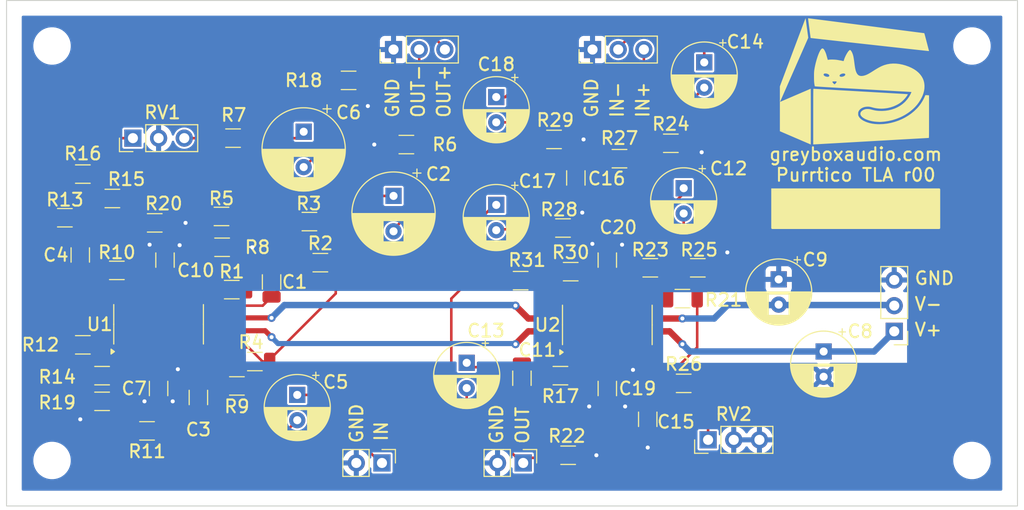
<source format=kicad_pcb>
(kicad_pcb (version 20240108) (generator "pcbnew") (generator_version "8.0")
  (title_block (title "Purrtico TLA Input & Output") (date "2024-05-10") (rev "00") (company "Greybox Audio"))
  (layers (0 "F.Cu" signal) (31 "B.Cu" power) (34 "B.Paste" user) (35 "F.Paste" user) (36 "B.SilkS" user "B.Silkscreen") (37 "F.SilkS" user "F.Silkscreen") (38 "B.Mask" user) (39 "F.Mask" user) (44 "Edge.Cuts" user))
  (net 0 "")
  (net 1 "Net-(U1D--)")
  (net 2 "Net-(C1-Pad2)")
  (net 3 "Net-(C2-Pad1)")
  (net 4 "Net-(C2-Pad2)")
  (net 5 "Net-(U1B--)")
  (net 6 "Net-(C3-Pad1)")
  (net 7 "Net-(C4-Pad2)")
  (net 8 "Net-(U1C--)")
  (net 9 "Net-(C5-Pad2)")
  (net 10 "Net-(J3-Pin_1)")
  (net 11 "Net-(C6-Pad1)")
  (net 12 "Net-(C6-Pad2)")
  (net 13 "+15V")
  (net 14 "-15V")
  (net 15 "GND")
  (net 16 "Net-(R2-Pad1)")
  (net 17 "Net-(R7-Pad1)")
  (net 18 "Net-(U1A-+)")
  (net 19 "Net-(U1A--)")
  (net 20 "Net-(U1C-+)")
  (net 21 "Net-(R16-Pad2)")
  (net 22 "Net-(U1D-+)")
  (net 23 "Net-(C11-Pad1)")
  (net 24 "Net-(U2C--)")
  (net 25 "Net-(C12-Pad2)")
  (net 26 "Net-(J5-Pin_1)")
  (net 27 "Net-(C14-Pad1)")
  (net 28 "Net-(U2C-+)")
  (net 29 "Net-(U2B--)")
  (net 30 "Net-(C17-Pad2)")
  (net 31 "Net-(C18-Pad1)")
  (net 32 "Net-(R26-Pad1)")
  (net 33 "Net-(U2D--)")
  (net 34 "Net-(U2D-+)")
  (net 35 "Net-(U2A--)")
  (net 36 "Net-(U2A-+)")
  (footprint "Connector_PinHeader_2.54mm:PinHeader_1x03_P2.54mm_Vertical" (layer "F.Cu") (at 112.395 124.46 90)
    (property "Reference" "RV2")
    (property "Value" "500R")
  )
  (footprint "Capacitor_SMD:C_1206_3216Metric" (layer "F.Cu") (at 69.215 108.839 -90)
    (property "Reference" "C1")
    (property "Value" "100p")
  )
  (footprint "Resistor_SMD:R_1206_3216Metric" (layer "F.Cu") (at 111.379 107.442 180)
    (property "Reference" "R25")
    (property "Value" "10k")
  )
  (footprint "Resistor_SMD:R_1206_3216Metric" (layer "F.Cu") (at 67.564 116.713)
    (property "Reference" "R4")
    (property "Value" "2k2")
  )
  (footprint "Resistor_SMD:R_1206_3216Metric" (layer "F.Cu") (at 65.786 119.126 180)
    (property "Reference" "R9")
    (property "Value" "2k2")
  )
  (footprint "Resistor_SMD:R_1206_3216Metric" (layer "F.Cu") (at 93.853 108.712)
    (property "Reference" "R31")
    (property "Value" "2k7")
  )
  (footprint "Capacitor_SMD:C_1206_3216Metric" (layer "F.Cu") (at 58.039 119.38 -90)
    (property "Reference" "C7")
    (property "Value" "100n")
  )
  (footprint "Resistor_SMD:R_1206_3216Metric" (layer "F.Cu") (at 98.806 107.823 180)
    (property "Reference" "R30")
    (property "Value" "47k")
  )
  (footprint "Connector_PinHeader_2.54mm:PinHeader_1x02_P2.54mm_Vertical" (layer "F.Cu") (at 80.137 126.746 -90)
    (property "Reference" "J3" (hide yes))
    (property "Value" "Conn_01x02")
  )
  (footprint "Resistor_SMD:R_1206_3216Metric" (layer "F.Cu") (at 52.451 118.11 180)
    (property "Reference" "R14")
    (property "Value" "1k")
  )
  (footprint "Capacitor_SMD:C_1206_3216Metric" (layer "F.Cu") (at 106.426 122.428 -90)
    (property "Reference" "C15")
    (property "Value" "22p")
  )
  (footprint "MountingHole:MountingHole_3.2mm_M3_DIN965" (layer "F.Cu") (at 47.5 85.5)
    (property "Reference" "H1" (hide yes))
    (property "Value" "MountingHole")
  )
  (footprint "Capacitor_SMD:C_1206_3216Metric" (layer "F.Cu") (at 58.674 106.68 -90)
    (property "Reference" "C10")
    (property "Value" "100n")
  )
  (footprint "Resistor_SMD:R_1206_3216Metric" (layer "F.Cu") (at 82.55 95.25)
    (property "Reference" "R6")
    (property "Value" "100k")
  )
  (footprint "MountingHole:MountingHole_3.2mm_M3_DIN965" (layer "F.Cu") (at 138.5 85.5)
    (property "Reference" "H2" (hide yes))
    (property "Value" "MountingHole")
  )
  (footprint "Resistor_SMD:R_1206_3216Metric" (layer "F.Cu") (at 97.155 94.742)
    (property "Reference" "R29")
    (property "Value" "10M")
  )
  (footprint "Resistor_SMD:R_1206_3216Metric" (layer "F.Cu") (at 53.467 100.584 180)
    (property "Reference" "R15")
    (property "Value" "3k3")
  )
  (footprint "Capacitor_THT:CP_Radial_D6.3mm_P2.50mm" (layer "F.Cu") (at 119.38 108.585 -90)
    (property "Reference" "C9")
    (property "Value" "10u")
  )
  (footprint "Capacitor_THT:CP_Radial_D6.3mm_P2.50mm" (layer "F.Cu") (at 91.44 90.551 -90)
    (property "Reference" "C18")
    (property "Value" "10u")
  )
  (footprint "Resistor_SMD:R_1206_3216Metric" (layer "F.Cu") (at 57.658 102.997 180)
    (property "Reference" "R20")
    (property "Value" "2k2")
  )
  (footprint "Connector_PinHeader_2.54mm:PinHeader_1x03_P2.54mm_Vertical" (layer "F.Cu") (at 55.499 94.615 90)
    (property "Reference" "RV1")
    (property "Value" "500R")
  )
  (footprint "Resistor_SMD:R_1206_3216Metric" (layer "F.Cu") (at 98.552 125.984 180)
    (property "Reference" "R22")
    (property "Value" "100k")
  )
  (footprint "Capacitor_SMD:C_1206_3216Metric" (layer "F.Cu") (at 102.4275 119.38 -90)
    (property "Reference" "C19")
    (property "Value" "100n")
  )
  (footprint "Resistor_SMD:R_1206_3216Metric" (layer "F.Cu") (at 64.262 102.362)
    (property "Reference" "R5")
    (property "Value" "3k3")
  )
  (footprint "Capacitor_SMD:C_1206_3216Metric" (layer "F.Cu") (at 102.4275 106.68 -90)
    (property "Reference" "C20")
    (property "Value" "100n")
  )
  (footprint "Capacitor_SMD:C_1206_3216Metric" (layer "F.Cu") (at 50.292 106.172 -90)
    (property "Reference" "C4")
    (property "Value" "100p")
  )
  (footprint "Connector_PinHeader_2.54mm:PinHeader_1x03_P2.54mm_Vertical" (layer "F.Cu") (at 81.28 85.852 90)
    (property "Reference" "J1" (hide yes))
    (property "Value" "XLR3")
  )
  (footprint "Capacitor_THT:CP_Radial_D6.3mm_P2.50mm" (layer "F.Cu") (at 123.825 115.719621 -90)
    (property "Reference" "C8")
    (property "Value" "10u")
  )
  (footprint "Resistor_SMD:R_1206_3216Metric" (layer "F.Cu") (at 98.044 103.505)
    (property "Reference" "R28")
    (property "Value" "10k")
  )
  (footprint "Resistor_SMD:R_1206_3216Metric" (layer "F.Cu") (at 97.79 118.11)
    (property "Reference" "R17")
    (property "Value" "2k")
  )
  (footprint "Connector_PinHeader_2.54mm:PinHeader_1x03_P2.54mm_Vertical" (layer "F.Cu") (at 100.965 85.852 90)
    (property "Reference" "J4" (hide yes))
    (property "Value" "XLR3")
  )
  (footprint "Resistor_SMD:R_1206_3216Metric" (layer "F.Cu") (at 50.546 115.062)
    (property "Reference" "R12")
    (property "Value" "1k8")
  )
  (footprint "Resistor_SMD:R_1206_3216Metric" (layer "F.Cu") (at 109.982 118.872 180)
    (property "Reference" "R26")
    (property "Value" "1k8")
  )
  (footprint "Package_SO:SOIC-14_3.9x8.7mm_P1.27mm" (layer "F.Cu") (at 58.039 113.03 90)
    (property "Reference" "U1")
    (property "Value" "OPA1679")
  )
  (footprint "Resistor_SMD:R_1206_3216Metric" (layer "F.Cu") (at 50.546 98.171 180)
    (property "Reference" "R16")
    (property "Value" "2k2")
  )
  (footprint "Connector_PinHeader_2.54mm:PinHeader_1x02_P2.54mm_Vertical" (layer "F.Cu") (at 94.107 126.746 -90)
    (property "Reference" "J5" (hide yes))
    (property "Value" "Conn_01x02")
  )
  (footprint "MountingHole:MountingHole_3.2mm_M3_DIN965" (layer "F.Cu") (at 47.5 126.5)
    (property "Reference" "H3" (hide yes))
    (property "Value" "MountingHole")
  )
  (footprint "Capacitor_THT:CP_Radial_D8.0mm_P3.50mm" (layer "F.Cu") (at 72.39 93.98 -90)
    (property "Reference" "C6")
    (property "Value" "220u")
  )
  (footprint "Resistor_SMD:R_1206_3216Metric" (layer "F.Cu") (at 65.278 109.601 180)
    (property "Reference" "R1")
    (property "Value" "2k7")
  )
  (footprint "Resistor_SMD:R_1206_3216Metric" (layer "F.Cu") (at 109.855 110.49 180)
    (property "Reference" "R21")
    (property "Value" "2k7")
  )
  (footprint "Package_SO:SOIC-14_3.9x8.7mm_P1.27mm" (layer "F.Cu") (at 102.4275 113.092 90)
    (property "Reference" "U2")
    (property "Value" "OPA1679")
  )
  (footprint "LOGO" (layer "F.Cu") (at 127 89)
    (property "Reference" "G***" (hide yes))
    (property "Value" "LOGO" (hide yes))
  )
  (footprint "Resistor_SMD:R_1206_3216Metric" (layer "F.Cu") (at 74.041 106.934 180)
    (property "Reference" "R2")
    (property "Value" "1k8")
  )
  (footprint "Resistor_SMD:R_1206_3216Metric" (layer "F.Cu") (at 72.9595 102.87 180)
    (property "Reference" "R3")
    (property "Value" "33R")
  )
  (footprint "Capacitor_SMD:C_1206_3216Metric" (layer "F.Cu") (at 99.314 98.552 -90)
    (property "Reference" "C16")
    (property "Value" "220p")
  )
  (footprint "Capacitor_SMD:C_1206_3216Metric" (layer "F.Cu") (at 93.98 118.364 -90)
    (property "Reference" "C11")
    (property "Value" "22p")
  )
  (footprint "Resistor_SMD:R_1206_3216Metric" (layer "F.Cu") (at 56.896 123.571 180)
    (property "Reference" "R11")
    (property "Value" "560R")
  )
  (footprint "Resistor_SMD:R_1206_3216Metric" (layer "F.Cu") (at 64.3235 105.41 180)
    (property "Reference" "R8")
    (property "Value" "2k2")
  )
  (footprint "Resistor_SMD:R_1206_3216Metric" (layer "F.Cu") (at 106.68 107.442 180)
    (property "Reference" "R23")
    (property "Value" "47k")
  )
  (footprint "Capacitor_THT:CP_Radial_D6.3mm_P2.50mm" (layer "F.Cu") (at 112.014 87.122 -90)
    (property "Reference" "C14")
    (property "Value" "10u")
  )
  (footprint "Capacitor_THT:CP_Radial_D6.3mm_P2.50mm" (layer "F.Cu") (at 91.44 101.219 -90)
    (property "Reference" "C17")
    (property "Value" "22u")
  )
  (footprint "Capacitor_THT:CP_Radial_D6.3mm_P2.50mm" (layer "F.Cu") (at 109.982 99.568 -90)
    (property "Reference" "C12")
    (property "Value" "22u")
  )
  (footprint "Resistor_SMD:R_1206_3216Metric" (layer "F.Cu") (at 53.9095 107.696 180)
    (property "Reference" "R10")
    (property "Value" "2k7")
  )
  (footprint "Resistor_SMD:R_1206_3216Metric" (layer "F.Cu") (at 108.712 95.123 180)
    (property "Reference" "R24")
    (property "Value" "10M")
  )
  (footprint "Resistor_SMD:R_1206_3216Metric" (layer "F.Cu") (at 52.451 120.65)
    (property "Reference" "R19")
    (property "Value" "1k")
  )
  (footprint "Capacitor_THT:CP_Radial_D6.3mm_P2.50mm" (layer "F.Cu") (at 88.519 116.84 -90)
    (property "Reference" "C13")
    (property "Value" "100u")
  )
  (footprint "Capacitor_THT:CP_Radial_D8.0mm_P3.50mm" (layer "F.Cu") (at 81.28 100.33 -90)
    (property "Reference" "C2")
    (property "Value" "220u")
  )
  (footprint "MountingHole:MountingHole_3.2mm_M3_DIN965" (layer "F.Cu") (at 138.5 126.5)
    (property "Reference" "H4" (hide yes))
    (property "Value" "MountingHole")
  )
  (footprint "Resistor_SMD:R_1206_3216Metric" (layer "F.Cu") (at 65.405 94.615)
    (property "Reference" "R7")
    (property "Value" "3k3")
  )
  (footprint "Resistor_SMD:R_1206_3216Metric" (layer "F.Cu") (at 48.768 102.489)
    (property "Reference" "R13")
    (property "Value" "33R")
  )
  (footprint "Resistor_SMD:R_1206_3216Metric" (layer "F.Cu") (at 76.835 88.9 180)
    (property "Reference" "R18")
    (property "Value" "100k")
  )
  (footprint "Connector_PinHeader_2.54mm:PinHeader_1x03_P2.54mm_Vertical" (layer "F.Cu") (at 130.81 113.727 180)
    (property "Reference" "J2" (hide yes))
    (property "Value" "Conn_01x03")
  )
  (footprint "Resistor_SMD:R_1206_3216Metric" (layer "F.Cu") (at 103.632 96.647)
    (property "Reference" "R27")
    (property "Value" "22k")
  )
  (footprint "Capacitor_THT:CP_Radial_D6.3mm_P2.50mm" (layer "F.Cu") (at 71.755 120.015 -90)
    (property "Reference" "C5")
    (property "Value" "100u")
  )
  (footprint "Capacitor_SMD:C_1206_3216Metric" (layer "F.Cu") (at 61.976 120.269 90)
    (property "Reference" "C3")
    (property "Value" "3p3")
  )
  (gr_rect (start 118.745 99.69) (end 135.255 103.5) (stroke (width 0.2032)) (fill solid) (layer "F.SilkS"))
  (gr_rect (start 43 81) (end 143 131) (stroke (width 0.1)) (fill none) (layer "Edge.Cuts"))
  (gr_text "IN-" (at 104.14 92.71 90) (layer "F.SilkS") (effects (font (size 1.27 1.27) (thickness 0.2032)) (justify left bottom)))
  (gr_text "IN" (at 80.802 124.714 90) (layer "F.SilkS") (effects (font (size 1.27 1.27) (thickness 0.2032)) (justify left bottom)))
  (gr_text "OUT" (at 94.772 124.968 90) (layer "F.SilkS") (effects (font (size 1.27 1.27) (thickness 0.2032)) (justify left bottom)))
  (gr_text "GND" (at 81.915 92.71 90) (layer "F.SilkS") (effects (font (size 1.27 1.27) (thickness 0.2032)) (justify left bottom)))
  (gr_text "OUT+" (at 86.995 92.71 90) (layer "F.SilkS") (effects (font (size 1.27 1.27) (thickness 0.2032)) (justify left bottom)))
  (gr_text "V+" (at 132.715 114.3 0) (layer "F.SilkS") (effects (font (size 1.27 1.27) (thickness 0.2032)) (justify left bottom)))
  (gr_text "IN+" (at 106.68 92.71 90) (layer "F.SilkS") (effects (font (size 1.27 1.27) (thickness 0.2032)) (justify left bottom)))
  (gr_text "GND" (at 92.202 124.968 90) (layer "F.SilkS") (effects (font (size 1.27 1.27) (thickness 0.2032)) (justify left bottom)))
  (gr_text "greyboxaudio.com\nPurrtico TLA r00" (at 127 99 0) (layer "F.SilkS") (effects (font (size 1.27 1.27) (thickness 0.2032)) (justify bottom)))
  (gr_text "OUT-" (at 84.455 92.71 90) (layer "F.SilkS") (effects (font (size 1.27 1.27) (thickness 0.2032)) (justify left bottom)))
  (gr_text "GND" (at 78.359 124.901 90) (layer "F.SilkS") (effects (font (size 1.27 1.27) (thickness 0.2032)) (justify left bottom)))
  (gr_text "GND" (at 101.6 92.71 90) (layer "F.SilkS") (effects (font (size 1.27 1.27) (thickness 0.2032)) (justify left bottom)))
  (gr_text "V-" (at 132.715 111.76 0) (layer "F.SilkS") (effects (font (size 1.27 1.27) (thickness 0.2032)) (justify left bottom)))
  (gr_text "GND" (at 132.715 109.22 0) (layer "F.SilkS") (effects (font (size 1.27 1.27) (thickness 0.2032)) (justify left bottom)))
  (segment (start 52.0085 115.062) (end 53.998999 113.071501) (width 0.254) (layer "F.Cu") (net 1))
  (segment (start 55.372 107.696) (end 52.373 104.697) (width 0.254) (layer "F.Cu") (net 1))
  (segment (start 53.998999 113.071501) (end 53.998999 113.03) (width 0.254) (layer "F.Cu") (net 1))
  (segment (start 55.499 110.555) (end 55.499 107.823) (width 0.254) (layer "F.Cu") (net 1))
  (segment (start 55.499 107.823) (end 55.372 107.696) (width 0.254) (layer "F.Cu") (net 1))
  (segment (start 52.373 104.697) (end 50.292 104.697) (width 0.254) (layer "F.Cu") (net 1))
  (segment (start 55.499 111.529999) (end 55.499 110.555) (width 0.254) (layer "F.Cu") (net 1))
  (segment (start 53.998999 113.03) (end 55.499 111.529999) (width 0.254) (layer "F.Cu") (net 1))
  (segment (start 72.644 109.093) (end 70.436 109.093) (width 0.254) (layer "F.Cu") (net 2))
  (segment (start 64.389 109.601) (end 65.972 111.184) (width 0.254) (layer "F.Cu") (net 2))
  (segment (start 74.422 107.315) (end 72.644 109.093) (width 0.254) (layer "F.Cu") (net 2))
  (segment (start 62.803 109.601) (end 61.849 110.555) (width 0.254) (layer "F.Cu") (net 2))
  (segment (start 63.8155 109.601) (end 64.389 109.601) (width 0.254) (layer "F.Cu") (net 2))
  (segment (start 63.8155 109.601) (end 62.803 109.601) (width 0.254) (layer "F.Cu") (net 2))
  (segment (start 68.345 111.184) (end 69.215 110.314) (width 0.254) (layer "F.Cu") (net 2))
  (segment (start 70.436 109.093) (end 69.215 110.314) (width 0.254) (layer "F.Cu") (net 2))
  (segment (start 69.215 110.568) (end 69.215 110.314) (width 0.25) (layer "F.Cu") (net 2))
  (segment (start 74.422 102.87) (end 74.422 107.315) (width 0.254) (layer "F.Cu") (net 2))
  (segment (start 69.088 110.695) (end 69.215 110.568) (width 0.25) (layer "F.Cu") (net 2))
  (segment (start 65.972 111.184) (end 68.345 111.184) (width 0.254) (layer "F.Cu") (net 2))
  (segment (start 52.0045 100.584) (end 52.0045 98.175) (width 0.25) (layer "F.Cu") (net 3))
  (segment (start 52.0045 98.175) (end 52.0085 98.171) (width 0.25) (layer "F.Cu") (net 3))
  (segment (start 71.497 102.87) (end 74.037 100.33) (width 0.254) (layer "F.Cu") (net 3))
  (segment (start 61.722 98.171) (end 64.135 100.584) (width 0.25) (layer "F.Cu") (net 3))
  (segment (start 64.135 100.584) (end 64.135 102.686) (width 0.25) (layer "F.Cu") (net 3))
  (segment (start 70.608 103.759) (end 71.497 102.87) (width 0.25) (layer "F.Cu") (net 3))
  (segment (start 64.135 102.686) (end 65.208 103.759) (width 0.25) (layer "F.Cu") (net 3))
  (segment (start 52.0085 98.171) (end 61.722 98.171) (width 0.25) (layer "F.Cu") (net 3))
  (segment (start 74.037 100.33) (end 81.28 100.33) (width 0.254) (layer "F.Cu") (net 3))
  (segment (start 65.208 103.759) (end 70.608 103.759) (width 0.25) (layer "F.Cu") (net 3))
  (segment (start 83.82 85.725) (end 83.82 95.0575) (width 0.254) (layer "F.Cu") (net 4))
  (segment (start 81.28 103.632) (end 84.0125 100.8995) (width 0.254) (layer "F.Cu") (net 4))
  (segment (start 81.28 103.83) (end 81.28 103.632) (width 0.254) (layer "F.Cu") (net 4))
  (segment (start 83.82 95.0575) (end 84.0125 95.25) (width 0.254) (layer "F.Cu") (net 4))
  (segment (start 84.0125 100.8995) (end 84.0125 95.25) (width 0.254) (layer "F.Cu") (net 4))
  (segment (start 61.976 118.237) (end 61.976 118.794) (width 0.254) (layer "F.Cu") (net 5))
  (segment (start 60.671 116.932) (end 61.976 118.237) (width 0.254) (layer "F.Cu") (net 5))
  (segment (start 60.522 115.562) (end 60.579 115.505) (width 0.254) (layer "F.Cu") (net 5))
  (segment (start 64.3235 119.126) (end 66.1015 117.348) (width 0.254) (layer "F.Cu") (net 5))
  (segment (start 60.522 115.674115) (end 60.522 115.562) (width 0.254) (layer "F.Cu") (net 5))
  (segment (start 61.976 118.794) (end 63.9915 118.794) (width 0.254) (layer "F.Cu") (net 5))
  (segment (start 63.9915 118.794) (end 64.3235 119.126) (width 0.254) (layer "F.Cu") (net 5))
  (segment (start 60.671 115.597) (end 60.671 116.932) (width 0.254) (layer "F.Cu") (net 5))
  (segment (start 66.1015 117.348) (end 66.1015 116.713) (width 0.254) (layer "F.Cu") (net 5))
  (segment (start 60.579 115.505) (end 60.671 115.597) (width 0.254) (layer "F.Cu") (net 5))
  (segment (start 53.34 116.586) (end 52.324 116.586) (width 0.254) (layer "F.Cu") (net 6))
  (segment (start 50.9885 118.4255) (end 52.578 120.015) (width 0.254) (layer "F.Cu") (net 6))
  (segment (start 67.2485 119.126) (end 67.2485 119.253) (width 0.254) (layer "F.Cu") (net 6))
  (segment (start 67.2485 119.253) (end 64.7085 121.793) (width 0.254) (layer "F.Cu") (net 6))
  (segment (start 54.356 125.222) (end 56.134 125.222) (width 0.254) (layer "F.Cu") (net 6))
  (segment (start 61.673 122.047) (end 61.976 121.744) (width 0.254) (layer "F.Cu") (net 6))
  (segment (start 50.9885 117.9215) (end 50.9885 118.11) (width 0.254) (layer "F.Cu") (net 6))
  (segment (start 54.229 115.505) (end 54.1015 115.3775) (width 0.254) (layer "F.Cu") (net 6))
  (segment (start 50.9885 117.6635) (end 49.0835 115.7585) (width 0.254) (layer "F.Cu") (net 6))
  (segment (start 52.578 123.444) (end 54.356 125.222) (width 0.254) (layer "F.Cu") (net 6))
  (segment (start 56.896 122.809) (end 57.658 122.047) (width 0.254) (layer "F.Cu") (net 6))
  (segment (start 57.658 122.047) (end 61.673 122.047) (width 0.254) (layer "F.Cu") (net 6))
  (segment (start 54.229 115.505) (end 54.229 115.697) (width 0.254) (layer "F.Cu") (net 6))
  (segment (start 50.9885 118.11) (end 50.9885 118.4255) (width 0.254) (layer "F.Cu") (net 6))
  (segment (start 49.0835 115.7585) (end 49.0835 115.062) (width 0.254) (layer "F.Cu") (net 6))
  (segment (start 62.025 121.793) (end 61.976 121.744) (width 0.254) (layer "F.Cu") (net 6))
  (segment (start 64.7085 121.793) (end 62.025 121.793) (width 0.254) (layer "F.Cu") (net 6))
  (segment (start 49.0835 115.062) (end 48.641 115.5045) (width 0.254) (layer "F.Cu") (net 6))
  (segment (start 50.9885 118.11) (end 50.9885 117.6635) (width 0.254) (layer "F.Cu") (net 6))
  (segment (start 52.324 116.586) (end 50.9885 117.9215) (width 0.254) (layer "F.Cu") (net 6))
  (segment (start 61.546 122.174) (end 61.976 121.744) (width 0.254) (layer "F.Cu") (net 6))
  (segment (start 54.229 115.697) (end 53.34 116.586) (width 0.254) (layer "F.Cu") (net 6))
  (segment (start 52.578 120.015) (end 52.578 123.444) (width 0.254) (layer "F.Cu") (net 6))
  (segment (start 49.0835 115.568) (end 49.0835 115.062) (width 0.254) (layer "F.Cu") (net 6))
  (segment (start 56.134 125.222) (end 56.896 124.46) (width 0.254) (layer "F.Cu") (net 6))
  (segment (start 56.896 124.46) (end 56.896 122.809) (width 0.254) (layer "F.Cu") (net 6))
  (segment (start 54.229 109.478) (end 52.447 107.696) (width 0.254) (layer "F.Cu") (net 7))
  (segment (start 50.341 107.696) (end 50.292 107.647) (width 0.254) (layer "F.Cu") (net 7))
  (segment (start 47.3055 104.6605) (end 47.3055 102.489) (width 0.254) (layer "F.Cu") (net 7))
  (segment (start 54.229 110.555) (end 54.229 109.478) (width 0.254) (layer "F.Cu") (net 7))
  (segment (start 52.447 107.696) (end 50.341 107.696) (width 0.254) (layer "F.Cu") (net 7))
  (segment (start 50.292 107.647) (end 47.3055 104.6605) (width 0.254) (layer "F.Cu") (net 7))
  (segment (start 69.088 107.491) (end 69.215 107.364) (width 0.254) (layer "F.Cu") (net 8))
  (segment (start 66.8675 109.601) (end 69.1045 107.364) (width 0.254) (layer "F.Cu") (net 8))
  (segment (start 66.7405 109.601) (end 66.8675 109.601) (width 0.254) (layer "F.Cu") (net 8))
  (segment (start 65.3435 108.204) (end 61.976 108.204) (width 0.254) (layer "F.Cu") (net 8))
  (segment (start 69.1045 107.364) (end 69.215 107.364) (width 0.254) (layer "F.Cu") (net 8))
  (segment (start 72.5785 106.934) (end 72.1975 107.315) (width 0.254) (layer "F.Cu") (net 8))
  (segment (start 60.579 109.601) (end 60.579 110.555) (width 0.254) (layer "F.Cu") (net 8))
  (segment (start 61.976 108.204) (end 60.579 109.601) (width 0.254) (layer "F.Cu") (net 8))
  (segment (start 68.58 107.491) (end 69.088 107.491) (width 0.254) (layer "F.Cu") (net 8))
  (segment (start 66.7405 109.601) (end 65.3435 108.204) (width 0.254) (layer "F.Cu") (net 8))
  (segment (start 72.1975 107.315) (end 69.264 107.315) (width 0.254) (layer "F.Cu") (net 8))
  (segment (start 69.264 107.315) (end 69.215 107.364) (width 0.254) (layer "F.Cu") (net 8))
  (segment (start 70.699 123.571) (end 71.755 122.515) (width 0.25) (layer "F.Cu") (net 9))
  (segment (start 58.3585 123.571) (end 70.699 123.571) (width 0.25) (layer "F.Cu") (net 9))
  (segment (start 80.01 126.746) (end 73.279 120.015) (width 0.254) (layer "F.Cu") (net 10))
  (segment (start 80.137 126.746) (end 80.01 126.746) (width 0.254) (layer "F.Cu") (net 10))
  (segment (start 73.279 120.015) (end 71.755 120.015) (width 0.254) (layer "F.Cu") (net 10))
  (segment (start 50.292 97.79) (end 50.292 102.4275) (width 0.254) (layer "F.Cu") (net 11))
  (segment (start 66.929 101.1575) (end 66.929 94.6765) (width 0.254) (layer "F.Cu") (net 11))
  (segment (start 50.292 102.4275) (end 50.2305 102.489) (width 0.254) (layer "F.Cu") (net 11))
  (segment (start 51.689 96.393) (end 50.292 97.79) (width 0.254) (layer "F.Cu") (net 11))
  (segment (start 65.913 94.615) (end 64.135 96.393) (width 0.254) (layer "F.Cu") (net 11))
  (segment (start 71.755 94.615) (end 72.39 93.98) (width 0.254) (layer "F.Cu") (net 11))
  (segment (start 66.8675 94.615) (end 65.913 94.615) (width 0.254) (layer "F.Cu") (net 11))
  (segment (start 66.929 94.6765) (end 66.8675 94.615) (width 0.254) (layer "F.Cu") (net 11))
  (segment (start 66.8675 94.615) (end 71.755 94.615) (width 0.254) (layer "F.Cu") (net 11))
  (segment (start 64.135 96.393) (end 51.689 96.393) (width 0.254) (layer "F.Cu") (net 11))
  (segment (start 65.7245 102.362) (end 66.929 101.1575) (width 0.254) (layer "F.Cu") (net 11))
  (segment (start 75.3725 88.9) (end 75.3725 85.9175) (width 0.254) (layer "F.Cu") (net 12))
  (segment (start 75.3725 94.5535) (end 75.3725 88.9) (width 0.254) (layer "F.Cu") (net 12))
  (segment (start 72.446 97.48) (end 75.3725 94.5535) (width 0.254) (layer "F.Cu") (net 12))
  (segment (start 72.39 97.48) (end 72.446 97.48) (width 0.254) (layer "F.Cu") (net 12))
  (segment (start 84.455 83.82) (end 86.36 85.725) (width 0.254) (layer "F.Cu") (net 12))
  (segment (start 77.47 83.82) (end 84.455 83.82) (width 0.254) (layer "F.Cu") (net 12))
  (segment (start 75.3725 85.9175) (end 77.47 83.82) (width 0.254) (layer "F.Cu") (net 12))
  (segment (start 108.585 113.727) (end 103.292501 113.727) (width 0.635) (layer "F.Cu") (net 13))
  (segment (start 68.58 113.665) (end 58.674 113.665) (width 0.508) (layer "F.Cu") (net 13))
  (segment (start 101.562499 113.727) (end 94.615 113.727) (width 0.635) (layer "F.Cu") (net 13))
  (segment (start 109.855 114.997) (end 108.585 113.727) (width 0.635) (layer "F.Cu") (net 13))
  (segment (start 103.292501 113.727) (end 102.4275 114.592001) (width 0.635) (layer "F.Cu") (net 13))
  (segment (start 58.039 115.505) (end 58.039 117.905) (width 0.508) (layer "F.Cu") (net 13))
  (segment (start 58.039 114.3) (end 58.039 115.505) (width 0.508) (layer "F.Cu") (net 13))
  (segment (start 69.215 114.3) (end 68.58 113.665) (width 0.508) (layer "F.Cu") (net 13))
  (segment (start 102.4275 114.592001) (end 102.4275 115.567) (width 0.635) (layer "F.Cu") (net 13))
  (segment (start 102.4275 117.905) (end 102.4275 115.567) (width 0.635) (layer "F.Cu") (net 13))
  (segment (start 58.674 113.665) (end 58.039 114.3) (width 0.508) (layer "F.Cu") (net 13))
  (segment (start 94.615 113.727) (end 93.345 114.997) (width 0.635) (layer "F.Cu") (net 13))
  (segment (start 102.4275 114.592001) (end 101.562499 113.727) (width 0.635) (layer "F.Cu") (net 13))
  (via (at 109.855 114.997) (size 0.8) (drill 0.4) (layers "F.Cu" "B.Cu") (net 13))
  (via (at 93.345 114.997) (size 0.8) (drill 0.4) (layers "F.Cu" "B.Cu") (net 13))
  (via (at 69.215 114.3) (size 0.8) (drill 0.4) (layers "F.Cu" "B.Cu") (net 13))
  (segment (start 110.577621 115.719621) (end 109.855 114.997) (width 0.635) (layer "B.Cu") (net 13))
  (segment (start 123.825 115.719621) (end 110.577621 115.719621) (width 0.635) (layer "B.Cu") (net 13))
  (segment (start 128.817379 115.719621) (end 123.825 115.719621) (width 0.635) (layer "B.Cu") (net 13))
  (segment (start 130.81 113.727) (end 128.817379 115.719621) (width 0.635) (layer "B.Cu") (net 13))
  (segment (start 69.85 114.935) (end 93.345 114.935) (width 0.508) (layer "B.Cu") (net 13))
  (segment (start 69.215 114.3) (end 69.85 114.935) (width 0.508) (layer "B.Cu") (net 13))
  (segment (start 103.292501 112.457) (end 102.4275 111.591999) (width 0.635) (layer "F.Cu") (net 14))
  (segment (start 58.674 112.395) (end 58.039 111.76) (width 0.508) (layer "F.Cu") (net 14))
  (segment (start 102.4275 108.155) (end 102.4275 110.617) (width 0.635) (layer "F.Cu") (net 14))
  (segment (start 109.855 112.457) (end 103.292501 112.457) (width 0.635) (layer "F.Cu") (net 14))
  (segment (start 69.215 112.395) (end 58.674 112.395) (width 0.508) (layer "F.Cu") (net 14))
  (segment (start 102.4275 111.591999) (end 102.4275 110.617) (width 0.635) (layer "F.Cu") (net 14))
  (segment (start 102.4275 111.591999) (end 101.562499 112.457) (width 0.635) (layer "F.Cu") (net 14))
  (segment (start 58.039 111.76) (end 58.039 110.555) (width 0.508) (layer "F.Cu") (net 14))
  (segment (start 58.039 108.79) (end 58.674 108.155) (width 0.508) (layer "F.Cu") (net 14))
  (segment (start 58.039 110.555) (end 58.039 108.79) (width 0.508) (layer "F.Cu") (net 14))
  (segment (start 94.615 112.457) (end 93.345 111.187) (width 0.635) (layer "F.Cu") (net 14))
  (segment (start 101.562499 112.457) (end 94.615 112.457) (width 0.635) (layer "F.Cu") (net 14))
  (via (at 69.215 112.395) (size 0.8) (drill 0.4) (layers "F.Cu" "B.Cu") (net 14))
  (via (at 93.345 111.187) (size 0.8) (drill 0.4) (layers "F.Cu" "B.Cu") (net 14))
  (via (at 109.855 112.457) (size 0.8) (drill 0.4) (layers "F.Cu" "B.Cu") (net 14))
  (segment (start 130.81 111.187) (end 130.748 111.125) (width 0.635) (layer "B.Cu") (net 14))
  (segment (start 70.485 111.125) (end 93.345 111.125) (width 0.635) (layer "B.Cu") (net 14))
  (segment (start 114.331 111.125) (end 112.999 112.457) (width 0.635) (layer "B.Cu") (net 14))
  (segment (start 119.34 111.125) (end 114.331 111.125) (width 0.635) (layer "B.Cu") (net 14))
  (segment (start 130.748 111.125) (end 119.42 111.125) (width 0.635) (layer "B.Cu") (net 14))
  (segment (start 119.38 111.085) (end 119.34 111.125) (width 0.635) (layer "B.Cu") (net 14))
  (segment (start 69.215 112.395) (end 70.485 111.125) (width 0.635) (layer "B.Cu") (net 14))
  (segment (start 119.42 111.125) (end 119.38 111.085) (width 0.635) (layer "B.Cu") (net 14))
  (segment (start 112.999 112.457) (end 109.855 112.457) (width 0.635) (layer "B.Cu") (net 14))
  (segment (start 59.436 120.65) (end 59.231 120.855) (width 0.635) (layer "F.Cu") (net 15))
  (segment (start 60.12 105.205) (end 58.674 105.205) (width 0.508) (layer "F.Cu") (net 15))
  (segment (start 59.944 117.475) (end 59.309 116.84) (width 0.254) (layer "F.Cu") (net 15))
  (segment (start 111.0635 96.012) (end 110.1745 95.123) (width 0.25) (layer "F.Cu") (net 15))
  (segment (start 102.362 121.666) (end 101.473 120.777) (width 0.635) (layer "F.Cu") (net 15))
  (segment (start 100.98125 120.777) (end 102.47275 120.777) (width 0.635) (layer "F.Cu") (net 15))
  (segment (start 103.886 105.156) (end 103.837 105.205) (width 0.635) (layer "F.Cu") (net 15))
  (segment (start 102.362 121.666) (end 102.489 121.666) (width 0.635) (layer "F.Cu") (net 15))
  (segment (start 50.9885 121.7315) (end 50.292 122.428) (width 0.254) (layer "F.Cu") (net 15))
  (segment (start 56.847 120.855) (end 58.039 120.855) (width 0.508) (layer "F.Cu") (net 15))
  (segment (start 111.76 96.012) (end 111.0635 96.012) (width 0.25) (layer "F.Cu") (net 15))
  (segment (start 106.426 123.903) (end 106.426 125.222) (width 0.254) (layer "F.Cu") (net 15))
  (segment (start 99.949 101.981) (end 99.949 103.0625) (width 0.254) (layer "F.Cu") (net 15))
  (segment (start 58.039 121.08) (end 58.039 120.855) (width 0.508) (layer "F.Cu") (net 15))
  (segment (start 67.31 105.41) (end 65.786 105.41) (width 0.254) (layer "F.Cu") (net 15))
  (segment (start 103.85325 120.777) (end 102.90275 120.777) (width 0.635) (layer "F.Cu") (net 15))
  (segment (start 101.346 125.984) (end 100.0145 125.984) (width 0.25) (layer "F.Cu") (net 15))
  (segment (start 114.3 105.9835) (end 112.8415 107.442) (width 0.254) (layer "F.Cu") (net 15))
  (segment (start 114.3 105.918) (end 114.3 105.9835) (width 0.254) (layer "F.Cu") (net 15))
  (segment (start 57.15 105.156) (end 57.404 105.156) (width 0.508) (layer "F.Cu") (net 15))
  (segment (start 59.231 120.855) (end 58.039 120.855) (width 0.635) (layer "F.Cu") (net 15))
  (segment (start 50.9885 120.65) (end 50.9885 121.7315) (width 0.254) (layer "F.Cu") (net 15))
  (segment (start 103.6975 116.267) (end 104.9675 117.537) (width 0.254) (layer "F.Cu") (net 15))
  (segment (start 60.706 102.997) (end 59.1205 102.997) (width 0.254) (layer "F.Cu") (net 15))
  (segment (start 78.2975 90.9975) (end 78.2975 88.9) (width 0.254) (layer "F.Cu") (net 15))
  (segment (start 81.0875 95.25) (end 79.375 95.25) (width 0.254) (layer "F.Cu") (net 15))
  (segment (start 103.6975 115.567) (end 103.6975 116.267) (width 0.254) (layer "F.Cu") (net 15))
  (segment (start 100.936 120.855) (end 100.633 121.158) (width 0.635) (layer "F.Cu") (net 15))
  (segment (start 102.294947 105.072447) (end 102.4275 105.205) (width 0.635) (layer "F.Cu") (net 15))
  (segment (start 102.489 121.666) (end 103.378 120.777) (width 0.635) (layer "F.Cu") (net 15))
  (segment (start 103.837 105.205) (end 102.4275 105.205) (width 0.635) (layer "F.Cu") (net 15))
  (segment (start 100.076 94.742) (end 98.6175 94.742) (width 0.25) (layer "F.Cu") (net 15))
  (segment (start 99.949 103.0625) (end 99.5065 103.505) (width 0.254) (layer "F.Cu") (net 15))
  (segment (start 104.189 121.158) (end 103.886 120.855) (width 0.635) (layer "F.Cu") (net 15))
  (segment (start 56.642 120.65) (end 56.847 120.855) (width 0.508) (layer "F.Cu") (net 15))
  (segment (start 57.404 105.156) (end 57.453 105.205) (width 0.508) (layer "F.Cu") (net 15))
  (segment (start 100.947991 105.072447) (end 102.294947 105.072447) (width 0.635) (layer "F.Cu") (net 15))
  (segment (start 57.453 105.205) (end 58.674 105.205) (width 0.508) (layer "F.Cu") (net 15))
  (segment (start 59.309 116.84) (end 59.309 115.505) (width 0.254) (layer "F.Cu") (net 15))
  (segment (start 78.74 91.44) (end 78.2975 90.9975) (width 0.254) (layer "F.Cu") (net 15))
  (via (at 60.706 102.997) (size 0.8) (drill 0.4) (layers "F.Cu" "B.Cu") (net 15))
  (via (at 79.375 95.25) (size 0.8) (drill 0.4) (layers "F.Cu" "B.Cu") (net 15))
  (via (at 104.9675 117.537) (size 0.8) (drill 0.4) (layers "F.Cu" "B.Cu") (net 15))
  (via (at 100.947991 105.072447) (size 0.8) (drill 0.4) (layers "F.Cu" "B.Cu") (net 15))
  (via (at 100.076 94.742) (size 0.8) (drill 0.4) (layers "F.Cu" "B.Cu") (net 15))
  (via (at 59.436 120.65) (size 0.8) (drill 0.4) (layers "F.Cu" "B.Cu") (net 15))
  (via (at 57.15 105.156) (size 0.8) (drill 0.4) (layers "F.Cu" "B.Cu") (net 15))
  (via (at 114.3 105.918) (size 0.8) (drill 0.4) (layers "F.Cu" "B.Cu") (net 15))
  (via (at 100.633 121.158) (size 0.8) (drill 0.4) (layers "F.Cu" "B.Cu") (net 15))
  (via (at 111.76 96.012) (size 0.8) (drill 0.4) (layers "F.Cu" "B.Cu") (net 15))
  (via (at 78.74 91.44) (size 0.8) (drill 0.4) (layers "F.Cu" "B.Cu") (net 15))
  (via (at 106.426 125.222) (size 0.8) (drill 0.4) (layers "F.Cu" "B.Cu") (net 15))
  (via (at 104.189 121.158) (size 0.8) (drill 0.4) (layers "F.Cu" "B.Cu") (net 15))
  (via (at 56.642 120.65) (size 0.8) (drill 0.4) (layers "F.Cu" "B.Cu") (net 15))
  (via (at 50.292 122.428) (size 0.8) (drill 0.4) (layers "F.Cu" "B.Cu") (net 15))
  (via (at 60.12 105.205) (size 0.8) (drill 0.4) (layers "F.Cu" "B.Cu") (net 15))
  (via (at 99.949 101.981) (size 0.8) (drill 0.4) (layers "F.Cu" "B.Cu") (net 15))
  (via (at 59.944 117.475) (size 0.8) (drill 0.4) (layers "F.Cu" "B.Cu") (net 15))
  (via (at 103.886 105.156) (size 0.8) (drill 0.4) (layers "F.Cu" "B.Cu") (net 15))
  (via (at 67.31 105.41) (size 0.8) (drill 0.4) (layers "F.Cu" "B.Cu") (net 15))
  (via (at 101.346 125.984) (size 0.8) (drill 0.4) (layers "F.Cu" "B.Cu") (net 15))
  (segment (start 62.038 115.316) (end 61.849 115.505) (width 0.254) (layer "F.Cu") (net 16))
  (segment (start 75.5035 106.934) (end 75.565 106.9955) (width 0.254) (layer "F.Cu") (net 16))
  (segment (start 75.565 109.982) (end 69.0265 116.5205) (width 0.254) (layer "F.Cu") (net 16))
  (segment (start 61.9765 115.3775) (end 61.849 115.505) (width 0.254) (layer "F.Cu") (net 16))
  (segment (start 69.0265 116.5205) (end 69.0265 116.713) (width 0.254) (layer "F.Cu") (net 16))
  (segment (start 75.565 106.9955) (end 75.565 109.982) (width 0.254) (layer "F.Cu") (net 16))
  (segment (start 69.0265 116.713) (end 68.326 116.713) (width 0.254) (layer "F.Cu") (net 16))
  (segment (start 68.326 116.713) (end 66.929 115.316) (width 0.254) (layer "F.Cu") (net 16))
  (segment (start 66.929 115.316) (end 62.038 115.316) (width 0.254) (layer "F.Cu") (net 16))
  (segment (start 63.9425 94.615) (end 60.579 94.615) (width 0.254) (layer "F.Cu") (net 17))
  (segment (start 56.769 117.094) (end 55.499 118.364) (width 0.254) (layer "F.Cu") (net 18))
  (segment (start 55.499 118.364) (end 55.499 123.5055) (width 0.254) (layer "F.Cu") (net 18))
  (segment (start 55.499 123.5055) (end 55.4335 123.571) (width 0.254) (layer "F.Cu") (net 18))
  (segment (start 56.769 115.505) (end 56.769 117.094) (width 0.254) (layer "F.Cu") (net 18))
  (segment (start 54.1675 120.015) (end 54.1675 117.811499) (width 0.254) (layer "F.Cu") (net 19))
  (segment (start 54.1675 117.811499) (end 55.499 116.479999) (width 0.254) (layer "F.Cu") (net 19))
  (segment (start 55.499 116.479999) (end 55.499 115.505) (width 0.254) (layer "F.Cu") (net 19))
  (segment (start 59.309 109.580001) (end 62.7995 106.089501) (width 0.254) (layer "F.Cu") (net 20))
  (segment (start 59.309 110.555) (end 59.309 109.580001) (width 0.254) (layer "F.Cu") (net 20))
  (segment (start 62.7995 105.156) (end 62.7995 102.616) (width 0.254) (layer "F.Cu") (net 20))
  (segment (start 49.0835 98.171) (end 49.0835 96.7125) (width 0.254) (layer "F.Cu") (net 21))
  (segment (start 49.0835 96.7125) (end 51.181 94.615) (width 0.254) (layer "F.Cu") (net 21))
  (segment (start 51.181 94.615) (end 55.499 94.615) (width 0.254) (layer "F.Cu") (net 21))
  (segment (start 56.1955 102.997) (end 56.1955 101.85) (width 0.254) (layer "F.Cu") (net 22))
  (segment (start 56.1955 101.85) (end 54.9295 100.584) (width 0.254) (layer "F.Cu") (net 22))
  (segment (start 56.1955 102.997) (end 56.1955 105.904) (width 0.254) (layer "F.Cu") (net 22))
  (segment (start 56.1955 105.904) (end 56.769 106.4775) (width 0.254) (layer "F.Cu") (net 22))
  (segment (start 56.712 110.498) (end 56.769 110.555) (width 0.254) (layer "F.Cu") (net 22))
  (segment (start 56.769 106.4775) (end 56.769 110.555) (width 0.254) (layer "F.Cu") (net 22))
  (segment (start 98.6175 115.567) (end 96.3275 117.857) (width 0.254) (layer "F.Cu") (net 23))
  (segment (start 88.9 117.221) (end 88.9 117.475) (width 0.254) (layer "F.Cu") (net 23))
  (segment (start 95.4875 117.27) (end 93.98 117.27) (width 0.254) (layer "F.Cu") (net 23))
  (segment (start 88.519 116.84) (end 88.949 117.27) (width 0.254) (layer "F.Cu") (net 23))
  (segment (start 88.519 116.84) (end 88.9 117.221) (width 0.254) (layer "F.Cu") (net 23))
  (segment (start 88.949 117.27) (end 93.98 117.27) (width 0.254) (layer "F.Cu") (net 23))
  (segment (start 93.9925 117.2825) (end 93.98 117.27) (width 0.254) (layer "F.Cu") (net 23))
  (segment (start 96.3275 117.857) (end 96.3275 118.11) (width 0.254) (layer "F.Cu") (net 23))
  (segment (start 96.3275 118.11) (end 95.4875 117.27) (width 0.254) (layer "F.Cu") (net 23))
  (segment (start 104.9675 110.617) (end 105.2215 110.363) (width 0.254) (layer "F.Cu") (net 24))
  (segment (start 106.426 110.1745) (end 106.553 110.3015) (width 0.254) (layer "F.Cu") (net 24))
  (segment (start 105.9835 110.363) (end 106.2375 110.617) (width 0.254) (layer "F.Cu") (net 24))
  (segment (start 109.982 100.076) (end 106.426 103.632) (width 0.254) (layer "F.Cu") (net 24))
  (segment (start 106.553 110.3015) (end 106.2375 110.617) (width 0.254) (layer "F.Cu") (net 24))
  (segment (start 109.982 99.568) (end 109.982 100.076) (width 0.254) (layer "F.Cu") (net 24))
  (segment (start 106.426 103.632) (end 106.426 110.1745) (width 0.254) (layer "F.Cu") (net 24))
  (segment (start 105.2215 110.363) (end 105.9835 110.363) (width 0.254) (layer "F.Cu") (net 24))
  (segment (start 108.3925 110.49) (end 108.204 110.3015) (width 0.254) (layer "F.Cu") (net 24))
  (segment (start 108.204 110.3015) (end 106.553 110.3015) (width 0.254) (layer "F.Cu") (net 24))
  (segment (start 109.9165 107.442) (end 108.1425 107.442) (width 0.254) (layer "F.Cu") (net 25))
  (segment (start 109.982 107.3765) (end 109.9165 107.442) (width 0.254) (layer "F.Cu") (net 25))
  (segment (start 109.982 102.068) (end 109.982 107.3765) (width 0.254) (layer "F.Cu") (net 25))
  (segment (start 94.615 126.238) (end 94.107 126.746) (width 0.254) (layer "F.Cu") (net 26))
  (segment (start 96.8355 126.238) (end 94.615 126.238) (width 0.254) (layer "F.Cu") (net 26))
  (segment (start 88.519 121.285) (end 88.519 119.34) (width 0.254) (layer "F.Cu") (net 26))
  (segment (start 97.0895 125.984) (end 96.8355 126.238) (width 0.254) (layer "F.Cu") (net 26))
  (segment (start 94.107 126.746) (end 93.98 126.746) (width 0.254) (layer "F.Cu") (net 26))
  (segment (start 93.98 126.746) (end 88.519 121.285) (width 0.254) (layer "F.Cu") (net 26))
  (segment (start 111.252 83.82) (end 105.41 83.82) (width 0.254) (layer "F.Cu") (net 27))
  (segment (start 112.014 87.122) (end 112.014 84.582) (width 0.254) (layer "F.Cu") (net 27))
  (segment (start 105.41 83.82) (end 103.505 85.725) (width 0.254) (layer "F.Cu") (net 27))
  (segment (start 112.014 84.582) (end 111.252 83.82) (width 0.254) (layer "F.Cu") (net 27))
  (segment (start 105.2175 105.459366) (end 104.187134 104.429) (width 0.254) (layer "F.Cu") (net 28))
  (segment (start 112.014 89.622) (end 108.495999 93.140001) (width 0.254) (layer "F.Cu") (net 28))
  (segment (start 103.6975 109.7245) (end 105.2175 108.2045) (width 0.254) (layer "F.Cu") (net 28))
  (segment (start 99.773 100.027) (end 99.314 100.027) (width 0.254) (layer "F.Cu") (net 28))
  (segment (start 105.2175 108.2045) (end 105.2175 107.442) (width 0.254) (layer "F.Cu") (net 28))
  (segment (start 107.2495 95.123) (end 106.6185 95.123) (width 0.25) (layer "F.Cu") (net 28))
  (segment (start 103.3165 98.425) (end 101.346 98.425) (width 0.25) (layer "F.Cu") (net 28))
  (segment (start 99.744 100.027) (end 99.314 100.027) (width 0.25) (layer "F.Cu") (net 28))
  (segment (start 103.6975 110.617) (end 103.6975 109.7245) (width 0.254) (layer "F.Cu") (net 28))
  (segment (start 108.470499 93.140001) (end 107.1225 94.488) (width 0.254) (layer "F.Cu") (net 28))
  (segment (start 108.495999 93.140001) (end 108.470499 93.140001) (width 0.254) (layer "F.Cu") (net 28))
  (segment (start 105.2175 107.442) (end 105.2175 105.459366) (width 0.254) (layer "F.Cu") (net 28))
  (segment (start 104.187134 104.429) (end 104.175 104.429) (width 0.254) (layer "F.Cu") (net 28))
  (segment (start 101.346 98.425) (end 99.744 100.027) (width 0.25) (layer "F.Cu") (net 28))
  (segment (start 106.6185 95.123) (end 105.0945 96.647) (width 0.25) (layer "F.Cu") (net 28))
  (segment (start 104.175 104.429) (end 99.773 100.027) (width 0.254) (layer "F.Cu") (net 28))
  (segment (start 105.0945 96.647) (end 103.3165 98.425) (width 0.25) (layer "F.Cu") (net 28))
  (segment (start 104.9675 115.567) (end 106.2375 115.567) (width 0.254) (layer "F.Cu") (net 29))
  (segment (start 104.9675 116.267) (end 104.9675 115.567) (width 0.254) (layer "F.Cu") (net 29))
  (segment (start 96.901 103.8245) (end 96.5815 103.505) (width 0.254) (layer "F.Cu") (net 30))
  (segment (start 96.901 107.3805) (end 96.901 103.8245) (width 0.254) (layer "F.Cu") (net 30))
  (segment (start 91.527 103.632) (end 96.4545 103.632) (width 0.254) (layer "F.Cu") (net 30))
  (segment (start 96.4545 103.632) (end 96.5815 103.505) (width 0.254) (layer "F.Cu") (net 30))
  (segment (start 97.3435 107.823) (end 96.901 107.3805) (width 0.254) (layer "F.Cu") (net 30))
  (segment (start 91.44 103.719) (end 91.527 103.632) (width 0.254) (layer "F.Cu") (net 30))
  (segment (start 91.44 90.551) (end 92.329 90.551) (width 0.254) (layer "F.Cu") (net 31))
  (segment (start 106.045 86.995) (end 106.045 85.725) (width 0.254) (layer "F.Cu") (net 31))
  (segment (start 93.918 88.962) (end 104.078 88.962) (width 0.254) (layer "F.Cu") (net 31))
  (segment (start 104.078 88.962) (end 106.045 86.995) (width 0.254) (layer "F.Cu") (net 31))
  (segment (start 92.329 90.551) (end 93.918 88.962) (width 0.254) (layer "F.Cu") (net 31))
  (segment (start 111.4445 120.781) (end 111.4445 118.872) (width 0.254) (layer "F.Cu") (net 32))
  (segment (start 112.395 123.887) (end 112.395 121.7315) (width 0.254) (layer "F.Cu") (net 32))
  (segment (start 112.395 121.7315) (end 111.4445 120.781) (width 0.254) (layer "F.Cu") (net 32))
  (segment (start 95.377 108.712) (end 95.3155 108.712) (width 0.254) (layer "F.Cu") (net 33))
  (segment (start 98.6175 110.617) (end 97.282 110.617) (width 0.254) (layer "F.Cu") (net 33))
  (segment (start 89.535 105.472) (end 90.805 106.742) (width 0.254) (layer "F.Cu") (net 33))
  (segment (start 89.535 102.932) (end 89.535 105.472) (width 0.254) (layer "F.Cu") (net 33))
  (segment (start 90.805 106.742) (end 93.3455 106.742) (width 0.254) (layer "F.Cu") (net 33))
  (segment (start 99.8875 110.617) (end 98.6175 110.617) (width 0.254) (layer "F.Cu") (net 33))
  (segment (start 91.44 101.219) (end 91.248 101.219) (width 0.254) (layer "F.Cu") (net 33))
  (segment (start 93.3455 106.742) (end 95.3155 108.712) (width 0.254) (layer "F.Cu") (net 33))
  (segment (start 91.248 101.219) (end 89.535 102.932) (width 0.254) (layer "F.Cu") (net 33))
  (segment (start 97.282 110.617) (end 95.377 108.712) (width 0.254) (layer "F.Cu") (net 33))
  (segment (start 101.1575 109.222) (end 101.1575 110.617) (width 0.254) (layer "F.Cu") (net 34))
  (segment (start 99.597 97.077) (end 99.314 97.077) (width 0.25) (layer "F.Cu") (net 34))
  (segment (start 94.0015 93.051) (end 95.6925 94.742) (width 0.25) (layer "F.Cu") (net 34))
  (segment (start 100.0145 97.0115) (end 99.949 97.077) (width 0.25) (layer "F.Cu") (net 34))
  (segment (start 99.314 97.077) (end 99.314 97.663) (width 0.254) (layer "F.Cu") (net 34))
  (segment (start 96.139 94.742) (end 98.474 97.077) (width 0.25) (layer "F.Cu") (net 34))
  (segment (start 100.2685 108.333) (end 101.1575 109.222) (width 0.254) (layer "F.Cu") (net 34))
  (segment (start 101.7395 97.077) (end 102.1695 96.647) (width 0.25) (layer "F.Cu") (net 34))
  (segment (start 98.474 97.077) (end 99.314 97.077) (width 0.25) (layer "F.Cu") (net 34))
  (segment (start 97.79 105.3445) (end 100.2685 107.823) (width 0.254) (layer "F.Cu") (net 34))
  (segment (start 99.949 97.077) (end 99.314 97.077) (width 0.25) (layer "F.Cu") (net 34))
  (segment (start 99.314 97.663) (end 97.79 99.187) (width 0.254) (layer "F.Cu") (net 34))
  (segment (start 91.44 93.051) (end 94.0015 93.051) (width 0.25) (layer "F.Cu") (net 34))
  (segment (start 95.6925 94.742) (end 96.139 94.742) (width 0.25) (layer "F.Cu") (net 34))
  (segment (start 91.44 93.051) (end 91.44 93.091) (width 0.25) (layer "F.Cu") (net 34))
  (segment (start 100.2685 107.823) (end 100.2685 108.333) (width 0.254) (layer "F.Cu") (net 34))
  (segment (start 99.773 96.901) (end 99.597 97.077) (width 0.25) (layer "F.Cu") (net 34))
  (segment (start 97.79 99.187) (end 97.79 105.3445) (width 0.254) (layer "F.Cu") (net 34))
  (segment (start 99.314 97.077) (end 101.7395 97.077) (width 0.25) (layer "F.Cu") (net 34))
  (segment (start 88.838 108.647) (end 92.3255 108.647) (width 0.254) (layer "F.Cu") (net 35))
  (segment (start 86.995 117.475) (end 86.995 110.49) (width 0.254) (layer "F.Cu") (net 35))
  (segment (start 92.3905 108.712) (end 92.5175 108.712) (width 0.254) (layer "F.Cu") (net 35))
  (segment (start 99.8875 117.475) (end 99.2525 118.11) (width 0.254) (layer "F.Cu") (net 35))
  (segment (start 92.3255 108.647) (end 92.3905 108.712) (width 0.254) (layer "F.Cu") (net 35))
  (segment (start 90.17 118.11) (end 87.63 118.11) (width 0.254) (layer "F.Cu") (net 35))
  (segment (start 91.948 119.888) (end 90.17 118.11) (width 0.254) (layer "F.Cu") (net 35))
  (segment (start 97.4745 119.888) (end 91.948 119.888) (width 0.254) (layer "F.Cu") (net 35))
  (segment (start 99.2525 118.11) (end 97.4745 119.888) (width 0.254) (layer "F.Cu") (net 35))
  (segment (start 87.63 118.11) (end 86.995 117.475) (width 0.254) (layer "F.Cu") (net 35))
  (segment (start 92.5175 108.712) (end 92.583 108.7775) (width 0.254) (layer "F.Cu") (net 35))
  (segment (start 99.8875 115.183264) (end 99.8875 115.567) (width 0.254) (layer "F.Cu") (net 35))
  (segment (start 99.8875 115.567) (end 99.8875 117.475) (width 0.254) (layer "F.Cu") (net 35))
  (segment (start 99.695 115.7595) (end 99.8875 115.567) (width 0.254) (layer "F.Cu") (net 35))
  (segment (start 86.995 110.49) (end 88.838 108.647) (width 0.254) (layer "F.Cu") (net 35))
  (segment (start 108.5195 118.872) (end 108.5195 118.3145) (width 0.254) (layer "F.Cu") (net 36))
  (segment (start 106.885 120.953) (end 108.5195 119.3185) (width 0.254) (layer "F.Cu") (net 36))
  (segment (start 108.5195 119.3185) (end 108.5195 118.872) (width 0.254) (layer "F.Cu") (net 36))
  (segment (start 108.5195 118.11) (end 111.3175 115.312) (width 0.254) (layer "F.Cu") (net 36))
  (segment (start 106.426 120.953) (end 106.885 120.953) (width 0.254) (layer "F.Cu") (net 36))
  (segment (start 101.6 119.38) (end 104.853 119.38) (width 0.254) (layer "F.Cu") (net 36))
  (segment (start 100.965 115.7595) (end 101.1575 115.567) (width 0.254) (layer "F.Cu") (net 36))
  (segment (start 100.965 115.7595) (end 100.965 118.745) (width 0.254) (layer "F.Cu") (net 36))
  (segment (start 111.3175 110.302) (end 111.125 110.1095) (width 0.254) (layer "F.Cu") (net 36))
  (segment (start 108.5195 118.872) (end 108.5195 118.11) (width 0.254) (layer "F.Cu") (net 36))
  (segment (start 100.965 118.745) (end 101.6 119.38) (width 0.254) (layer "F.Cu") (net 36))
  (segment (start 111.3175 115.312) (end 111.3175 110.49) (width 0.254) (layer "F.Cu") (net 36))
  (segment (start 111.3175 110.49) (end 111.3175 110.302) (width 0.254) (layer "F.Cu") (net 36))
  (segment (start 104.853 119.38) (end 106.426 120.953) (width 0.254) (layer "F.Cu") (net 36))
  (zone (net 0) (net_name "") (layer "B.Cu") (connect_pads (clearance 0)) (min_thickness 0.25)
    (keepout (tracks allowed) (vias allowed) (pads allowed) (copperpour not_allowed) (footprints allowed))
    (fill (thermal_gap 0.5) (thermal_bridge_width 0.5))
    (polygon (pts (xy 95.123 109.728) (xy 66.675 109.728) (xy 66.675 116.713) (xy 95.123 116.713)))
  )
  (zone (net 0) (net_name "") (layer "B.Cu") (connect_pads (clearance 0)) (min_thickness 0.25)
    (keepout (tracks allowed) (vias allowed) (pads allowed) (copperpour not_allowed) (footprints allowed))
    (fill (thermal_gap 0.5) (thermal_bridge_width 0.5))
    (polygon (pts (xy 132.08 109.855) (xy 107.95 109.855) (xy 107.95 116.84) (xy 132.08 116.84)))
  )
  (zone (net 15) (net_name "GND") (layer "B.Cu") (name "InOut") (connect_pads (clearance 0)) (min_thickness 0.25) (fill yes (thermal_gap 0.5) (thermal_bridge_width 0.5))
    (polygon (pts (xy 141.5 129.49) (xy 44.5 129.49) (xy 44.5 82.5) (xy 141.5 82.5)))
  )
)
</source>
